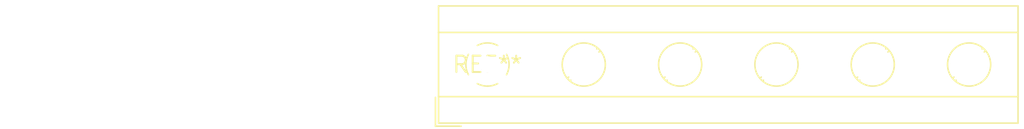
<source format=kicad_pcb>
(kicad_pcb (version 20240108) (generator pcbnew)
  (layers (0 "F.Cu" signal) (31 "B.Cu" signal) (34 "B.Paste" user) (35 "F.Paste" user) (36 "B.SilkS" user "B.Silkscreen") (37 "F.SilkS" user "F.Silkscreen") (38 "B.Mask" user) (39 "F.Mask" user) (44 "Edge.Cuts" user))
  (net 0 "")
  (footprint "TerminalBlock_MetzConnect_Type171_RT13706HBWC_1x06_P7.50mm_Horizontal" (layer "F.Cu") (at 0 0)
    (property "Reference" "REF**")
    (property "Value" "TerminalBlock_MetzConnect_Type171_RT13706HBWC_1x06_P7.50mm_Horizontal")
    (fp_line (start -4.05 2.56) (end -4.05 4.8) (layer "F.SilkS") (stroke (width 0.12)))
    (fp_line (start -4.05 4.8) (end -2.05 4.8) (layer "F.SilkS") (stroke (width 0.12)))
    (fp_line (start -3.81 -4.56) (end -3.81 4.56) (layer "F.SilkS") (stroke (width 0.12)))
    (fp_line (start -3.81 -4.56) (end 41.31 -4.56) (layer "F.SilkS") (stroke (width 0.12)))
    (fp_line (start -3.81 -2.5) (end 41.31 -2.5) (layer "F.SilkS") (stroke (width 0.12)))
    (fp_line (start -3.81 2.5) (end 41.31 2.5) (layer "F.SilkS") (stroke (width 0.12)))
    (fp_line (start -3.81 4.56) (end 41.31 4.56) (layer "F.SilkS") (stroke (width 0.12)))
    (fp_line (start 6.32 0.976) (end 6.226 1.069) (layer "F.SilkS") (stroke (width 0.12)))
    (fp_line (start 6.49 1.216) (end 6.431 1.274) (layer "F.SilkS") (stroke (width 0.12)))
    (fp_line (start 8.57 -1.275) (end 8.511 -1.216) (layer "F.SilkS") (stroke (width 0.12)))
    (fp_line (start 8.775 -1.069) (end 8.681 -0.976) (layer "F.SilkS") (stroke (width 0.12)))
    (fp_line (start 13.82 0.976) (end 13.726 1.069) (layer "F.SilkS") (stroke (width 0.12)))
    (fp_line (start 13.99 1.216) (end 13.931 1.274) (layer "F.SilkS") (stroke (width 0.12)))
    (fp_line (start 16.07 -1.275) (end 16.011 -1.216) (layer "F.SilkS") (stroke (width 0.12)))
    (fp_line (start 16.275 -1.069) (end 16.181 -0.976) (layer "F.SilkS") (stroke (width 0.12)))
    (fp_line (start 21.32 0.976) (end 21.226 1.069) (layer "F.SilkS") (stroke (width 0.12)))
    (fp_line (start 21.49 1.216) (end 21.431 1.274) (layer "F.SilkS") (stroke (width 0.12)))
    (fp_line (start 23.57 -1.275) (end 23.511 -1.216) (layer "F.SilkS") (stroke (width 0.12)))
    (fp_line (start 23.775 -1.069) (end 23.681 -0.976) (layer "F.SilkS") (stroke (width 0.12)))
    (fp_line (start 28.82 0.976) (end 28.726 1.069) (layer "F.SilkS") (stroke (width 0.12)))
    (fp_line (start 28.99 1.216) (end 28.931 1.274) (layer "F.SilkS") (stroke (width 0.12)))
    (fp_line (start 31.07 -1.275) (end 31.011 -1.216) (layer "F.SilkS") (stroke (width 0.12)))
    (fp_line (start 31.275 -1.069) (end 31.181 -0.976) (layer "F.SilkS") (stroke (width 0.12)))
    (fp_line (start 36.32 0.976) (end 36.226 1.069) (layer "F.SilkS") (stroke (width 0.12)))
    (fp_line (start 36.49 1.216) (end 36.431 1.274) (layer "F.SilkS") (stroke (width 0.12)))
    (fp_line (start 38.57 -1.275) (end 38.511 -1.216) (layer "F.SilkS") (stroke (width 0.12)))
    (fp_line (start 38.775 -1.069) (end 38.681 -0.976) (layer "F.SilkS") (stroke (width 0.12)))
    (fp_line (start 41.31 -4.56) (end 41.31 4.56) (layer "F.SilkS") (stroke (width 0.12)))
    (fp_arc (start -1.483953 0.789089) (mid -1.680708 5e-05) (end -1.484 -0.789) (layer "F.SilkS") (stroke (width 0.12)))
    (fp_arc (start -0.789089 -1.483953) (mid -5e-05 -1.680708) (end 0.789 -1.484) (layer "F.SilkS") (stroke (width 0.12)))
    (fp_arc (start 0.029383 1.68045) (mid -0.392304 1.634281) (end -0.789 1.484) (layer "F.SilkS") (stroke (width 0.12)))
    (fp_arc (start 0.788712 1.483352) (mid 0.406429 1.630097) (end 0 1.68) (layer "F.SilkS") (stroke (width 0.12)))
    (fp_arc (start 1.483953 -0.789089) (mid 1.680708 -5e-05) (end 1.484 0.789) (layer "F.SilkS") (stroke (width 0.12)))
    (fp_circle (center 7.5 0) (end 9.18 0) (layer "F.SilkS") (stroke (width 0.12)) (fill none))
    (fp_circle (center 15 0) (end 16.68 0) (layer "F.SilkS") (stroke (width 0.12)) (fill none))
    (fp_circle (center 22.5 0) (end 24.18 0) (layer "F.SilkS") (stroke (width 0.12)) (fill none))
    (fp_circle (center 30 0) (end 31.68 0) (layer "F.SilkS") (stroke (width 0.12)) (fill none))
    (fp_circle (center 37.5 0) (end 39.18 0) (layer "F.SilkS") (stroke (width 0.12)) (fill none))
    (pad "1" thru_hole rect (at 0 0) (size 2.5 2.5) (drill 1.3) (layers *.Cu *.Mask) (remove_unused_layers))
    (pad "2" thru_hole circle (at 7.5 0) (size 2.5 2.5) (drill 1.3) (layers *.Cu *.Mask) (remove_unused_layers))
    (pad "3" thru_hole circle (at 15 0) (size 2.5 2.5) (drill 1.3) (layers *.Cu *.Mask) (remove_unused_layers))
    (pad "4" thru_hole circle (at 22.5 0) (size 2.5 2.5) (drill 1.3) (layers *.Cu *.Mask) (remove_unused_layers))
    (pad "5" thru_hole circle (at 30 0) (size 2.5 2.5) (drill 1.3) (layers *.Cu *.Mask) (remove_unused_layers))
    (pad "6" thru_hole circle (at 37.5 0) (size 2.5 2.5) (drill 1.3) (layers *.Cu *.Mask) (remove_unused_layers))
  )
)
</source>
